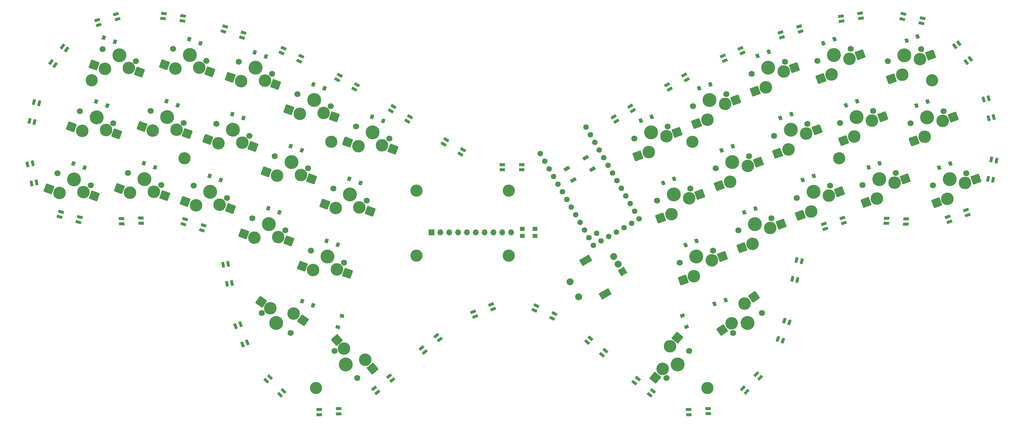
<source format=gbs>
%TF.GenerationSoftware,KiCad,Pcbnew,7.0.1-0*%
%TF.CreationDate,2023-05-23T20:01:30-04:00*%
%TF.ProjectId,fidrildi4,66696472-696c-4646-9934-2e6b69636164,rev?*%
%TF.SameCoordinates,Original*%
%TF.FileFunction,Soldermask,Bot*%
%TF.FilePolarity,Negative*%
%FSLAX46Y46*%
G04 Gerber Fmt 4.6, Leading zero omitted, Abs format (unit mm)*
G04 Created by KiCad (PCBNEW 7.0.1-0) date 2023-05-23 20:01:30*
%MOMM*%
%LPD*%
G01*
G04 APERTURE LIST*
G04 Aperture macros list*
%AMRoundRect*
0 Rectangle with rounded corners*
0 $1 Rounding radius*
0 $2 $3 $4 $5 $6 $7 $8 $9 X,Y pos of 4 corners*
0 Add a 4 corners polygon primitive as box body*
4,1,4,$2,$3,$4,$5,$6,$7,$8,$9,$2,$3,0*
0 Add four circle primitives for the rounded corners*
1,1,$1+$1,$2,$3*
1,1,$1+$1,$4,$5*
1,1,$1+$1,$6,$7*
1,1,$1+$1,$8,$9*
0 Add four rect primitives between the rounded corners*
20,1,$1+$1,$2,$3,$4,$5,0*
20,1,$1+$1,$4,$5,$6,$7,0*
20,1,$1+$1,$6,$7,$8,$9,0*
20,1,$1+$1,$8,$9,$2,$3,0*%
%AMRotRect*
0 Rectangle, with rotation*
0 The origin of the aperture is its center*
0 $1 length*
0 $2 width*
0 $3 Rotation angle, in degrees counterclockwise*
0 Add horizontal line*
21,1,$1,$2,0,0,$3*%
G04 Aperture macros list end*
%ADD10RotRect,1.600000X0.820000X220.000000*%
%ADD11C,3.500000*%
%ADD12RotRect,1.600000X0.820000X353.000000*%
%ADD13RotRect,1.600000X0.820000X197.500000*%
%ADD14RoundRect,0.250000X1.305205X0.589122X-0.621165X1.290263X-1.305205X-0.589122X0.621165X-1.290263X0*%
%ADD15C,1.750000*%
%ADD16C,4.000000*%
%ADD17C,3.600000*%
%ADD18RoundRect,0.250000X-1.424902X0.142408X-0.107187X-1.427983X1.424902X-0.142408X0.107187X1.427983X0*%
%ADD19RotRect,1.600000X0.820000X18.000000*%
%ADD20RoundRect,0.250000X0.621165X1.290263X-1.305205X0.589122X-0.621165X-1.290263X1.305205X-0.589122X0*%
%ADD21RotRect,1.600000X0.820000X29.250000*%
%ADD22RotRect,1.600000X0.820000X111.000000*%
%ADD23RotRect,3.200000X2.000000X210.000000*%
%ADD24RotRect,2.000000X2.000000X210.000000*%
%ADD25C,2.000000*%
%ADD26RotRect,1.600000X0.820000X17.250000*%
%ADD27RotRect,1.600000X0.820000X257.250000*%
%ADD28RotRect,1.600000X0.820000X341.500000*%
%ADD29RotRect,1.600000X0.820000X335.500000*%
%ADD30RotRect,1.600000X0.820000X54.000000*%
%ADD31RotRect,1.600000X0.820000X306.250000*%
%ADD32RotRect,1.600000X0.820000X181.750000*%
%ADD33RotRect,1.600000X0.820000X178.000000*%
%ADD34RotRect,1.600000X0.820000X328.000000*%
%ADD35RotRect,1.600000X0.820000X329.000000*%
%ADD36RotRect,1.600000X0.820000X134.500000*%
%ADD37R,1.700000X1.700000*%
%ADD38O,1.700000X1.700000*%
%ADD39RoundRect,0.250000X-1.413207X-0.231236X0.266054X-1.407068X1.413207X0.231236X-0.266054X1.407068X0*%
%ADD40RotRect,1.600000X0.820000X8.750000*%
%ADD41RotRect,1.600000X0.820000X164.500000*%
%ADD42RotRect,1.600000X0.820000X250.500000*%
%ADD43RoundRect,0.250000X-0.266054X-1.407068X1.413207X-0.231236X0.266054X1.407068X-1.413207X0.231236X0*%
%ADD44RotRect,1.600000X0.820000X331.000000*%
%ADD45RotRect,1.600000X0.820000X182.500000*%
%ADD46RotRect,1.600000X0.820000X219.000000*%
%ADD47RotRect,1.600000X0.820000X347.000000*%
%ADD48RotRect,1.600000X0.820000X155.500000*%
%ADD49RoundRect,0.250000X0.107187X-1.427983X1.424902X0.142408X-0.107187X1.427983X-1.424902X-0.142408X0*%
%ADD50RotRect,1.600000X0.820000X32.500000*%
%ADD51C,1.600000*%
%ADD52RotRect,1.600000X0.820000X226.000000*%
%ADD53RotRect,1.600000X0.820000X140.250000*%
%ADD54R,1.600000X0.820000*%
%ADD55RotRect,1.600000X0.820000X202.250000*%
%ADD56RotRect,1.600000X0.820000X141.000000*%
%ADD57RotRect,1.600000X0.820000X101.000000*%
%ADD58RotRect,1.600000X0.820000X200.000000*%
%ADD59RotRect,1.600000X0.820000X260.000000*%
%ADD60RotRect,1.600000X0.820000X162.000000*%
%ADD61RotRect,1.600000X0.820000X102.000000*%
%ADD62RotRect,1.600000X0.820000X23.500000*%
%ADD63RotRect,1.600000X0.820000X76.500000*%
%ADD64RotRect,1.600000X0.820000X285.000000*%
%ADD65RotRect,1.600000X0.820000X183.000000*%
%ADD66RotRect,1.000000X1.200000X20.000000*%
%ADD67RotRect,1.000000X1.200000X160.000000*%
%ADD68RotRect,1.000000X1.200000X250.000000*%
%ADD69RotRect,1.000000X1.200000X290.000000*%
%ADD70RoundRect,0.250000X0.450000X-0.350000X0.450000X0.350000X-0.450000X0.350000X-0.450000X-0.350000X0*%
%ADD71RotRect,1.700000X1.000000X210.000000*%
G04 APERTURE END LIST*
D10*
X189277015Y-183234728D03*
X188312834Y-182085661D03*
X184022985Y-185685272D03*
X184987166Y-186834339D03*
D11*
X158110000Y-126300000D03*
D12*
X110022273Y-89374356D03*
X109839469Y-90863175D03*
X115397727Y-91545644D03*
X115580531Y-90056825D03*
D13*
X305420000Y-149660000D03*
X304968941Y-148229425D03*
X299628126Y-149913378D03*
X300079185Y-151343953D03*
D14*
X103025352Y-106212570D03*
D15*
X102010000Y-103140000D03*
D16*
X97236361Y-101402538D03*
D15*
X92462722Y-99665076D03*
D14*
X90009214Y-104178095D03*
D17*
X99947859Y-105092454D03*
X93112079Y-105307445D03*
D18*
X159721603Y-183339895D03*
D15*
X159064639Y-186508494D03*
D16*
X162330000Y-190400000D03*
D15*
X165595361Y-194291506D03*
D18*
X169976671Y-191609871D03*
D17*
X161826732Y-185848690D03*
X167854186Y-189080392D03*
D19*
X287165279Y-94821955D03*
X287628805Y-96248540D03*
X292954721Y-94518045D03*
X292491195Y-93091460D03*
D20*
X264012814Y-141451069D03*
D15*
X261260000Y-139750000D03*
D16*
X256486361Y-141487462D03*
D15*
X251712722Y-143224924D03*
D20*
X252734139Y-148259182D03*
D17*
X260935321Y-142571185D03*
X255837004Y-147129832D03*
D11*
X266220000Y-197210000D03*
D21*
X254600545Y-109843767D03*
X255333477Y-111152511D03*
X260219455Y-108416233D03*
X259486523Y-107107489D03*
D11*
X330710000Y-108620000D03*
D22*
X132643245Y-184602801D03*
X134043616Y-184065249D03*
X132036755Y-178837199D03*
X130636384Y-179374751D03*
D23*
X236810481Y-170089743D03*
X231210481Y-160390258D03*
D24*
X241755672Y-163655064D03*
D25*
X239255672Y-159324937D03*
X240505672Y-161490000D03*
X226698304Y-166574937D03*
X229198304Y-170905064D03*
D26*
X90933538Y-91264051D03*
X91378350Y-92696581D03*
X96726462Y-91035949D03*
X96281650Y-89603419D03*
D27*
X293239460Y-160674565D03*
X291776446Y-160343518D03*
X290540540Y-165805435D03*
X292003554Y-166136482D03*
D28*
X127622672Y-93110304D03*
X127146715Y-94532790D03*
X132457328Y-96309696D03*
X132933285Y-94887210D03*
D14*
X129155352Y-145512570D03*
D15*
X128140000Y-142440000D03*
D16*
X123366361Y-140702538D03*
D15*
X118592722Y-138965076D03*
D14*
X116139214Y-143478095D03*
D17*
X126077859Y-144392454D03*
X119242079Y-144607445D03*
D29*
X144443128Y-99386388D03*
X143821089Y-100751330D03*
X148916872Y-103073612D03*
X149538911Y-101708670D03*
D30*
X77604878Y-103368818D03*
X78818403Y-104250496D03*
X82110000Y-99720000D03*
X80896475Y-98838322D03*
D20*
X291160092Y-104946145D03*
D15*
X288407278Y-103245076D03*
D16*
X283633639Y-104982538D03*
D15*
X278860000Y-106720000D03*
D20*
X279881417Y-111754258D03*
D17*
X288082599Y-106066261D03*
X282984282Y-110624908D03*
D31*
X338409166Y-97928473D03*
X337199500Y-98815437D03*
X340510834Y-103331527D03*
X341720500Y-102444563D03*
D32*
X103521598Y-149744142D03*
X103475790Y-148244842D03*
X97878402Y-148415858D03*
X97924210Y-149915158D03*
D11*
X303990000Y-131090000D03*
D20*
X343290092Y-137066145D03*
D15*
X340537278Y-135365076D03*
D16*
X335763639Y-137102538D03*
D15*
X330990000Y-138840000D03*
D20*
X332011417Y-143874258D03*
D17*
X340212599Y-138186261D03*
X335114282Y-142744908D03*
D14*
X169305352Y-146302570D03*
D15*
X168290000Y-143230000D03*
D16*
X163516361Y-141492538D03*
D15*
X158742722Y-139755076D03*
D14*
X156289214Y-144268095D03*
D17*
X166227859Y-145182454D03*
X159392079Y-145397445D03*
D11*
X89290000Y-108620000D03*
D33*
X323192120Y-149977262D03*
X323244469Y-148478175D03*
X317647880Y-148282738D03*
X317595531Y-149781825D03*
D34*
X176002905Y-116150190D03*
X175208026Y-117422262D03*
X179957095Y-120389810D03*
X180751974Y-119117738D03*
D14*
X96525352Y-124062570D03*
D15*
X95510000Y-120990000D03*
D16*
X90736361Y-119252538D03*
D15*
X85962722Y-117515076D03*
D14*
X83509214Y-122028095D03*
D17*
X93447859Y-122942454D03*
X86612079Y-123157445D03*
D14*
X142155352Y-109812570D03*
D15*
X141140000Y-106740000D03*
D16*
X136366361Y-105002538D03*
D15*
X131592722Y-103265076D03*
D14*
X129139214Y-107778095D03*
D17*
X139077859Y-108692454D03*
X132242079Y-108907445D03*
D14*
X145985352Y-154832570D03*
D15*
X144970000Y-151760000D03*
D16*
X140196361Y-150022538D03*
D15*
X135422722Y-148285076D03*
D14*
X132969214Y-152798095D03*
D17*
X142907859Y-153712454D03*
X136072079Y-153927445D03*
D35*
X191206210Y-125735018D03*
X190433653Y-127020769D03*
X195233790Y-129904982D03*
X196006347Y-128619231D03*
D14*
X110268991Y-141840032D03*
D15*
X109253639Y-138767462D03*
D16*
X104480000Y-137030000D03*
D15*
X99706361Y-135292538D03*
D14*
X97252853Y-139805557D03*
D17*
X107191498Y-140719916D03*
X100355718Y-140934907D03*
D14*
X135652630Y-127667494D03*
D15*
X134637278Y-124594924D03*
D16*
X129863639Y-122857462D03*
D15*
X125090000Y-121120000D03*
D14*
X122636492Y-125633019D03*
D17*
X132575137Y-126547378D03*
X125739357Y-126762369D03*
D20*
X304150092Y-140666145D03*
D15*
X301397278Y-138965076D03*
D16*
X296623639Y-140702538D03*
D15*
X291850000Y-142440000D03*
D20*
X292871417Y-147474258D03*
D17*
X301072599Y-141786261D03*
X295974282Y-146344908D03*
D11*
X182610000Y-140350000D03*
X182610000Y-159050000D03*
X209110000Y-140350000D03*
X209110000Y-159050000D03*
D36*
X143387608Y-199082783D03*
X144457484Y-198031419D03*
X140532392Y-194037217D03*
X139462516Y-195088581D03*
D37*
X186960000Y-152380000D03*
D38*
X189500000Y-152380000D03*
X192040000Y-152380000D03*
X194580000Y-152380000D03*
X197120000Y-152380000D03*
X199660000Y-152380000D03*
X202200000Y-152380000D03*
X204740000Y-152380000D03*
X207280000Y-152380000D03*
X209820000Y-152380000D03*
D39*
X137973192Y-172325565D03*
D15*
X138158708Y-175556232D03*
D16*
X142320000Y-178470000D03*
D15*
X146481292Y-181383768D03*
D39*
X150019255Y-177659541D03*
D17*
X140655915Y-174204028D03*
X147314414Y-175765592D03*
D40*
X304508495Y-90144674D03*
X304736680Y-91627217D03*
X310271505Y-90775326D03*
X310043320Y-89292783D03*
D20*
X330290092Y-101356145D03*
D15*
X327537278Y-99655076D03*
D16*
X322763639Y-101392538D03*
D15*
X317990000Y-103130000D03*
D20*
X319011417Y-108164258D03*
D17*
X327212599Y-102476261D03*
X322114282Y-107034908D03*
D20*
X336780092Y-119216145D03*
D15*
X334027278Y-117515076D03*
D16*
X329253639Y-119252538D03*
D15*
X324480000Y-120990000D03*
D20*
X325501417Y-126024258D03*
D17*
X333702599Y-120336261D03*
X328604282Y-124894908D03*
D41*
X85487736Y-149430990D03*
X85888594Y-147985545D03*
X80492264Y-146489010D03*
X80091406Y-147934455D03*
D20*
X270502814Y-159311069D03*
D15*
X267750000Y-157610000D03*
D16*
X262976361Y-159347462D03*
D15*
X258202722Y-161084924D03*
D20*
X259224139Y-166119182D03*
D17*
X267425321Y-160431185D03*
X262327004Y-164989832D03*
D14*
X152485352Y-136977494D03*
D15*
X151470000Y-133904924D03*
D16*
X146696361Y-132167462D03*
D15*
X141922722Y-130430000D03*
D14*
X139469214Y-134943019D03*
D17*
X149407859Y-135857378D03*
X142572079Y-136072369D03*
D14*
X90035352Y-141922570D03*
D15*
X89020000Y-138850000D03*
D16*
X84246361Y-137112538D03*
D15*
X79472722Y-135375076D03*
D14*
X77019214Y-139888095D03*
D17*
X86957859Y-140802454D03*
X80122079Y-141017445D03*
D42*
X289681640Y-178280959D03*
X288267678Y-177780249D03*
X286398360Y-183059041D03*
X287812322Y-183559751D03*
D43*
X270419424Y-180453143D03*
D15*
X273518708Y-181383768D03*
D16*
X277680000Y-178470000D03*
D15*
X281841292Y-175556232D03*
D43*
X279551718Y-170957874D03*
D17*
X273102147Y-178574680D03*
X276846878Y-172851823D03*
D44*
X160594672Y-107156568D03*
X159867458Y-108468498D03*
X164765328Y-111183432D03*
X165492542Y-109871502D03*
D20*
X280832814Y-132131069D03*
D15*
X278080000Y-130430000D03*
D16*
X273306361Y-132167462D03*
D15*
X268532722Y-133904924D03*
D20*
X269554139Y-138939182D03*
D17*
X277755321Y-133251185D03*
X272657004Y-137809832D03*
D45*
X160300050Y-204607152D03*
X160234620Y-203108580D03*
X154639950Y-203352848D03*
X154705380Y-204851420D03*
D20*
X323026453Y-136983607D03*
D15*
X320273639Y-135282538D03*
D16*
X315500000Y-137020000D03*
D15*
X310726361Y-138757462D03*
D20*
X311747778Y-143791720D03*
D17*
X319948960Y-138103723D03*
X314850643Y-142662370D03*
D46*
X175697999Y-194920762D03*
X174754018Y-193755043D03*
X170402001Y-197279238D03*
X171345982Y-198444957D03*
D20*
X287330092Y-149996145D03*
D15*
X284577278Y-148295076D03*
D16*
X279803639Y-150032538D03*
D15*
X275030000Y-151770000D03*
D20*
X276051417Y-156804258D03*
D17*
X284252599Y-151116261D03*
X279154282Y-155674908D03*
D47*
X322523528Y-89500274D03*
X322186102Y-90961830D03*
X327642574Y-92221556D03*
X327980000Y-90760000D03*
D48*
X221576872Y-177123612D03*
X222198911Y-175758670D03*
X217103128Y-173436388D03*
X216481089Y-174801330D03*
D20*
X274336453Y-114273607D03*
D15*
X271583639Y-112572538D03*
D16*
X266810000Y-114310000D03*
D15*
X262036361Y-116047462D03*
D20*
X263057778Y-121081720D03*
D17*
X271258960Y-115393723D03*
X266160643Y-119952370D03*
D49*
X251170097Y-194194744D03*
D15*
X254404639Y-194291506D03*
D16*
X257670000Y-190400000D03*
D15*
X260935361Y-186508494D03*
D49*
X257533659Y-182659407D03*
D17*
X253275226Y-191685949D03*
X255411175Y-185188886D03*
D50*
X239235529Y-119091895D03*
X240041479Y-120356982D03*
X244764471Y-117348105D03*
X243958521Y-116083018D03*
D51*
X218140886Y-129691773D03*
X219410886Y-131891477D03*
X220680886Y-134091182D03*
X221950886Y-136290886D03*
X223220886Y-138490591D03*
X224490886Y-140690295D03*
X225760886Y-142890000D03*
X227030886Y-145089705D03*
X228300886Y-147289409D03*
X229570886Y-149489114D03*
X230840886Y-151688818D03*
X232110886Y-153888523D03*
X233380886Y-156088227D03*
X235580591Y-154818227D03*
X237780295Y-153548227D03*
X239980000Y-152278227D03*
X242179705Y-151008227D03*
X244379409Y-149738227D03*
X246579114Y-148468227D03*
X245309114Y-146268523D03*
X244039114Y-144068818D03*
X242769114Y-141869114D03*
X241499114Y-139669409D03*
X240229114Y-137469705D03*
X238959114Y-135270000D03*
X237689114Y-133070295D03*
X236419114Y-130870591D03*
X235149114Y-128670886D03*
X233879114Y-126471182D03*
X232609114Y-124271477D03*
X231339114Y-122071773D03*
X234310591Y-152618523D03*
D52*
X281324548Y-194246842D03*
X280245539Y-193204855D03*
X276355452Y-197233158D03*
X277434461Y-198275145D03*
D53*
X235903178Y-187567061D03*
X236862336Y-186413798D03*
X232556822Y-182832939D03*
X231597664Y-183986202D03*
D54*
X207250000Y-132880000D03*
X207250000Y-134380000D03*
X212850000Y-134380000D03*
X212850000Y-132880000D03*
D20*
X297650092Y-122816145D03*
D15*
X294897278Y-121115076D03*
D16*
X290123639Y-122852538D03*
D15*
X285350000Y-124590000D03*
D20*
X286371417Y-129624258D03*
D17*
X294572599Y-123936261D03*
X289474282Y-128494908D03*
D55*
X204605500Y-174483939D03*
X204037527Y-173095628D03*
X198854500Y-175216061D03*
X199422473Y-176604372D03*
D56*
X249564018Y-199144957D03*
X250507999Y-197979238D03*
X246155982Y-194455043D03*
X245212001Y-195620762D03*
D57*
X128148045Y-167231663D03*
X129620486Y-166945449D03*
X128551955Y-161448337D03*
X127079514Y-161734551D03*
D20*
X316540092Y-119126145D03*
D15*
X313787278Y-117425076D03*
D16*
X309013639Y-119162538D03*
D15*
X304240000Y-120900000D03*
D20*
X305261417Y-125934258D03*
D17*
X313462599Y-120246261D03*
X308364282Y-124804908D03*
D14*
X175805352Y-128442570D03*
D15*
X174790000Y-125370000D03*
D16*
X170016361Y-123632538D03*
D15*
X165242722Y-121895076D03*
D14*
X162789214Y-126408095D03*
D17*
X172727859Y-127322454D03*
X165892079Y-127537445D03*
D58*
X340967654Y-147397113D03*
X340454624Y-145987574D03*
X335192346Y-147902887D03*
X335705376Y-149312426D03*
D14*
X158985352Y-119132570D03*
D15*
X157970000Y-116060000D03*
D16*
X153196361Y-114322538D03*
D15*
X148422722Y-112585076D03*
D14*
X145969214Y-117098095D03*
D17*
X155907859Y-118012454D03*
X149072079Y-118227445D03*
D20*
X310040092Y-101276145D03*
D15*
X307287278Y-99575076D03*
D16*
X302513639Y-101312538D03*
D15*
X297740000Y-103050000D03*
D20*
X298761417Y-108084258D03*
D17*
X306962599Y-102396261D03*
X301864282Y-106954908D03*
D11*
X261890000Y-126300000D03*
D59*
X349227212Y-131690472D03*
X347750000Y-131430000D03*
X346777570Y-136944924D03*
X348254782Y-137205396D03*
D11*
X116010000Y-131090000D03*
D14*
X123278991Y-106120032D03*
D15*
X122263639Y-103047462D03*
D16*
X117490000Y-101310000D03*
D15*
X112716361Y-99572538D03*
D14*
X110262853Y-104085557D03*
D17*
X120201498Y-104999916D03*
X113365718Y-105214907D03*
D60*
X120991195Y-151758540D03*
X121454721Y-150331955D03*
X116128805Y-148601460D03*
X115665279Y-150028045D03*
D11*
X153780000Y-197210000D03*
D61*
X72047084Y-138319494D03*
X73514305Y-138007627D03*
X72350000Y-132530000D03*
X70882779Y-132841867D03*
D62*
X270553170Y-101598702D03*
X271151294Y-102974292D03*
X276286830Y-100741298D03*
X275688706Y-99365708D03*
D14*
X116772630Y-123977494D03*
D15*
X115757278Y-120904924D03*
D16*
X110983639Y-119167462D03*
D15*
X106210000Y-117430000D03*
D14*
X103756492Y-121943019D03*
D17*
X113695137Y-122857378D03*
X106859357Y-123072369D03*
D14*
X162825352Y-164152570D03*
D15*
X161810000Y-161080000D03*
D16*
X157036361Y-159342538D03*
D15*
X152262722Y-157605076D03*
D14*
X149809214Y-162118095D03*
D17*
X159747859Y-163032454D03*
X152912079Y-163247445D03*
D63*
X71447076Y-120317552D03*
X72905630Y-120667720D03*
X74212924Y-115222448D03*
X72754370Y-114872280D03*
D20*
X257497493Y-123599884D03*
D15*
X254744679Y-121898815D03*
D16*
X249971040Y-123636277D03*
D15*
X245197401Y-125373739D03*
D20*
X246218818Y-130407997D03*
D17*
X254420000Y-124720000D03*
X249321683Y-129278647D03*
D64*
X346939751Y-113751293D03*
X345490862Y-114139522D03*
X346940249Y-119548707D03*
X348389138Y-119160478D03*
D65*
X266465415Y-204562431D03*
X266386911Y-203064487D03*
X260794585Y-203357569D03*
X260873089Y-204855513D03*
D66*
X323392523Y-97181434D03*
X326587477Y-96018566D03*
D67*
X166510000Y-138120000D03*
X163315046Y-136957132D03*
X107517477Y-133641434D03*
X104322523Y-132478566D03*
X149687477Y-128771434D03*
X146492523Y-127608566D03*
D66*
X263792523Y-110921434D03*
X266987477Y-109758566D03*
D67*
X139367477Y-101731434D03*
X136172523Y-100568566D03*
X132897477Y-119471434D03*
X129702523Y-118308566D03*
X87257477Y-133721434D03*
X84062523Y-132558566D03*
D66*
X312452523Y-133671434D03*
X315647477Y-132508566D03*
X332732523Y-133751434D03*
X335927477Y-132588566D03*
D68*
X161211434Y-176422523D03*
X160048566Y-179617477D03*
D66*
X259892523Y-156021434D03*
X263087477Y-154858566D03*
X287072523Y-119471434D03*
X290267477Y-118308566D03*
D67*
X126377477Y-137311434D03*
X123182523Y-136148566D03*
X120517477Y-97931434D03*
X117322523Y-96768566D03*
D66*
X268252523Y-172991434D03*
X271447477Y-171828566D03*
X280602523Y-101601434D03*
X283797477Y-100438566D03*
D67*
X156217477Y-110941434D03*
X153022523Y-109778566D03*
X95997477Y-97501434D03*
X92802523Y-96338566D03*
D69*
X259018566Y-176342523D03*
X260181434Y-179537477D03*
D67*
X143237477Y-146641434D03*
X140042523Y-145478566D03*
X93767477Y-115861434D03*
X90572523Y-114698566D03*
D66*
X305982523Y-115781434D03*
X309177477Y-114618566D03*
X270272523Y-128771434D03*
X273467477Y-127608566D03*
X293562523Y-137321434D03*
X296757477Y-136158566D03*
X299472523Y-97931434D03*
X302667477Y-96768566D03*
D67*
X173010000Y-120290000D03*
X169815046Y-119127132D03*
D66*
X326212523Y-115881434D03*
X329407477Y-114718566D03*
X247012523Y-120241434D03*
X250207477Y-119078566D03*
X276762523Y-146651434D03*
X279957477Y-145488566D03*
D67*
X160027477Y-155981434D03*
X156832523Y-154818566D03*
D70*
X213010000Y-153380000D03*
X213010000Y-151380000D03*
D66*
X253442523Y-138141434D03*
X256637477Y-136978566D03*
D67*
X113997477Y-115791434D03*
X110802523Y-114628566D03*
D70*
X216670000Y-153380000D03*
X216670000Y-151380000D03*
D71*
X231240000Y-130869104D03*
X225784040Y-134019104D03*
X233140000Y-134160000D03*
X227684040Y-137310000D03*
D67*
X152927477Y-173381434D03*
X149732523Y-172218566D03*
M02*

</source>
